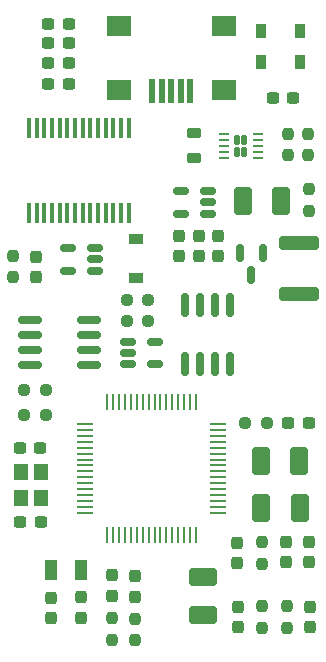
<source format=gbr>
%TF.GenerationSoftware,KiCad,Pcbnew,(6.0.1)*%
%TF.CreationDate,2022-09-20T17:52:40-03:00*%
%TF.ProjectId,HLI-C_main,484c492d-435f-46d6-9169-6e2e6b696361,rev?*%
%TF.SameCoordinates,Original*%
%TF.FileFunction,Paste,Top*%
%TF.FilePolarity,Positive*%
%FSLAX46Y46*%
G04 Gerber Fmt 4.6, Leading zero omitted, Abs format (unit mm)*
G04 Created by KiCad (PCBNEW (6.0.1)) date 2022-09-20 17:52:40*
%MOMM*%
%LPD*%
G01*
G04 APERTURE LIST*
G04 Aperture macros list*
%AMRoundRect*
0 Rectangle with rounded corners*
0 $1 Rounding radius*
0 $2 $3 $4 $5 $6 $7 $8 $9 X,Y pos of 4 corners*
0 Add a 4 corners polygon primitive as box body*
4,1,4,$2,$3,$4,$5,$6,$7,$8,$9,$2,$3,0*
0 Add four circle primitives for the rounded corners*
1,1,$1+$1,$2,$3*
1,1,$1+$1,$4,$5*
1,1,$1+$1,$6,$7*
1,1,$1+$1,$8,$9*
0 Add four rect primitives between the rounded corners*
20,1,$1+$1,$2,$3,$4,$5,0*
20,1,$1+$1,$4,$5,$6,$7,0*
20,1,$1+$1,$6,$7,$8,$9,0*
20,1,$1+$1,$8,$9,$2,$3,0*%
G04 Aperture macros list end*
%ADD10RoundRect,0.237500X-0.237500X0.300000X-0.237500X-0.300000X0.237500X-0.300000X0.237500X0.300000X0*%
%ADD11RoundRect,0.250001X-0.499999X-0.924999X0.499999X-0.924999X0.499999X0.924999X-0.499999X0.924999X0*%
%ADD12RoundRect,0.237500X-0.300000X-0.237500X0.300000X-0.237500X0.300000X0.237500X-0.300000X0.237500X0*%
%ADD13RoundRect,0.237500X0.237500X-0.250000X0.237500X0.250000X-0.237500X0.250000X-0.237500X-0.250000X0*%
%ADD14R,0.900000X1.200000*%
%ADD15R,1.473200X0.279400*%
%ADD16R,0.279400X1.473200*%
%ADD17RoundRect,0.120000X-0.120000X-0.285000X0.120000X-0.285000X0.120000X0.285000X-0.120000X0.285000X0*%
%ADD18RoundRect,0.062500X-0.375000X-0.062500X0.375000X-0.062500X0.375000X0.062500X-0.375000X0.062500X0*%
%ADD19RoundRect,0.237500X0.300000X0.237500X-0.300000X0.237500X-0.300000X-0.237500X0.300000X-0.237500X0*%
%ADD20RoundRect,0.150000X0.512500X0.150000X-0.512500X0.150000X-0.512500X-0.150000X0.512500X-0.150000X0*%
%ADD21RoundRect,0.237500X0.250000X0.237500X-0.250000X0.237500X-0.250000X-0.237500X0.250000X-0.237500X0*%
%ADD22R,0.500000X2.000000*%
%ADD23R,2.000000X1.700000*%
%ADD24RoundRect,0.218750X0.381250X-0.218750X0.381250X0.218750X-0.381250X0.218750X-0.381250X-0.218750X0*%
%ADD25RoundRect,0.237500X-0.237500X0.287500X-0.237500X-0.287500X0.237500X-0.287500X0.237500X0.287500X0*%
%ADD26RoundRect,0.237500X0.237500X-0.300000X0.237500X0.300000X-0.237500X0.300000X-0.237500X-0.300000X0*%
%ADD27R,1.200000X1.400000*%
%ADD28RoundRect,0.237500X-0.250000X-0.237500X0.250000X-0.237500X0.250000X0.237500X-0.250000X0.237500X0*%
%ADD29RoundRect,0.237500X-0.237500X0.250000X-0.237500X-0.250000X0.237500X-0.250000X0.237500X0.250000X0*%
%ADD30RoundRect,0.150000X-0.512500X-0.150000X0.512500X-0.150000X0.512500X0.150000X-0.512500X0.150000X0*%
%ADD31RoundRect,0.150000X0.150000X-0.825000X0.150000X0.825000X-0.150000X0.825000X-0.150000X-0.825000X0*%
%ADD32R,0.450000X1.750000*%
%ADD33R,1.200000X0.900000*%
%ADD34RoundRect,0.250001X-0.924999X0.499999X-0.924999X-0.499999X0.924999X-0.499999X0.924999X0.499999X0*%
%ADD35RoundRect,0.150000X-0.825000X-0.150000X0.825000X-0.150000X0.825000X0.150000X-0.825000X0.150000X0*%
%ADD36RoundRect,0.250000X1.450000X-0.312500X1.450000X0.312500X-1.450000X0.312500X-1.450000X-0.312500X0*%
%ADD37R,1.000000X1.800000*%
%ADD38RoundRect,0.150000X-0.150000X0.587500X-0.150000X-0.587500X0.150000X-0.587500X0.150000X0.587500X0*%
G04 APERTURE END LIST*
D10*
%TO.C,C11*%
X193100000Y-38837500D03*
X193100000Y-40562500D03*
%TD*%
D11*
%TO.C,C15*%
X200025000Y-61900000D03*
X203275000Y-61900000D03*
%TD*%
D12*
%TO.C,C12*%
X202337500Y-54700000D03*
X204062500Y-54700000D03*
%TD*%
D10*
%TO.C,C8*%
X196400000Y-38800000D03*
X196400000Y-40525000D03*
%TD*%
D13*
%TO.C,R10*%
X200100000Y-72012500D03*
X200100000Y-70187500D03*
%TD*%
D14*
%TO.C,D3*%
X200050000Y-21460000D03*
X203350000Y-21460000D03*
%TD*%
D15*
%TO.C,U1*%
X196367400Y-62271600D03*
X196367400Y-61771601D03*
X196367400Y-61271600D03*
X196367400Y-60771601D03*
X196367400Y-60271599D03*
X196367400Y-59771600D03*
X196367400Y-59271601D03*
X196367400Y-58771600D03*
X196367400Y-58271600D03*
X196367400Y-57771599D03*
X196367400Y-57271600D03*
X196367400Y-56771601D03*
X196367400Y-56271599D03*
X196367400Y-55771600D03*
X196367400Y-55271599D03*
X196367400Y-54771600D03*
D16*
X194504000Y-52908200D03*
X194004001Y-52908200D03*
X193504000Y-52908200D03*
X193004001Y-52908200D03*
X192503999Y-52908200D03*
X192004000Y-52908200D03*
X191504001Y-52908200D03*
X191004000Y-52908200D03*
X190504000Y-52908200D03*
X190003999Y-52908200D03*
X189504000Y-52908200D03*
X189004001Y-52908200D03*
X188503999Y-52908200D03*
X188004000Y-52908200D03*
X187503999Y-52908200D03*
X187004000Y-52908200D03*
D15*
X185140600Y-54771600D03*
X185140600Y-55271599D03*
X185140600Y-55771600D03*
X185140600Y-56271599D03*
X185140600Y-56771601D03*
X185140600Y-57271600D03*
X185140600Y-57771599D03*
X185140600Y-58271600D03*
X185140600Y-58771600D03*
X185140600Y-59271601D03*
X185140600Y-59771600D03*
X185140600Y-60271599D03*
X185140600Y-60771601D03*
X185140600Y-61271600D03*
X185140600Y-61771601D03*
X185140600Y-62271600D03*
D16*
X187004000Y-64135000D03*
X187503999Y-64135000D03*
X188004000Y-64135000D03*
X188503999Y-64135000D03*
X189004001Y-64135000D03*
X189504000Y-64135000D03*
X190003999Y-64135000D03*
X190504000Y-64135000D03*
X191004000Y-64135000D03*
X191504001Y-64135000D03*
X192004000Y-64135000D03*
X192503999Y-64135000D03*
X193004001Y-64135000D03*
X193504000Y-64135000D03*
X194004001Y-64135000D03*
X194504000Y-64135000D03*
%TD*%
D17*
%TO.C,U6*%
X198600000Y-30700000D03*
X198000000Y-30700000D03*
X198000000Y-31700000D03*
X198600000Y-31700000D03*
D18*
X196862500Y-30200000D03*
X196862500Y-30700000D03*
X196862500Y-31200000D03*
X196862500Y-31700000D03*
X196862500Y-32200000D03*
X199737500Y-32200000D03*
X199737500Y-31700000D03*
X199737500Y-31200000D03*
X199737500Y-30700000D03*
X199737500Y-30200000D03*
%TD*%
D19*
%TO.C,C1*%
X183725000Y-25975000D03*
X182000000Y-25975000D03*
%TD*%
D20*
%TO.C,U7*%
X195537500Y-36950000D03*
X195537500Y-36000000D03*
X195537500Y-35050000D03*
X193262500Y-35050000D03*
X193262500Y-36950000D03*
%TD*%
D21*
%TO.C,R11*%
X181812500Y-51890000D03*
X179987500Y-51890000D03*
%TD*%
D12*
%TO.C,C7*%
X201017500Y-27170000D03*
X202742500Y-27170000D03*
%TD*%
D13*
%TO.C,R14*%
X189325400Y-73087100D03*
X189325400Y-71262100D03*
%TD*%
%TO.C,R3*%
X202300000Y-32012500D03*
X202300000Y-30187500D03*
%TD*%
D21*
%TO.C,R5*%
X190462500Y-46020000D03*
X188637500Y-46020000D03*
%TD*%
D22*
%TO.C,CON1*%
X194000000Y-26575000D03*
X193200000Y-26575000D03*
X192400000Y-26575000D03*
X191600000Y-26575000D03*
X190800000Y-26575000D03*
D23*
X196850000Y-26475000D03*
X187950000Y-21025000D03*
X187950000Y-26475000D03*
X196850000Y-21025000D03*
%TD*%
D24*
%TO.C,L1*%
X194350000Y-32262500D03*
X194350000Y-30137500D03*
%TD*%
D25*
%TO.C,LED2*%
X189325400Y-67625000D03*
X189325400Y-69375000D03*
%TD*%
D13*
%TO.C,R8*%
X200100000Y-66612500D03*
X200100000Y-64787500D03*
%TD*%
D26*
%TO.C,C6*%
X180925000Y-42312500D03*
X180925000Y-40587500D03*
%TD*%
D27*
%TO.C,Y2*%
X179657500Y-58820000D03*
X179657500Y-61020000D03*
X181357500Y-61020000D03*
X181357500Y-58820000D03*
%TD*%
D14*
%TO.C,D1*%
X200050000Y-24070000D03*
X203350000Y-24070000D03*
%TD*%
D28*
%TO.C,R12*%
X179967500Y-54027200D03*
X181792500Y-54027200D03*
%TD*%
D10*
%TO.C,C18*%
X198100000Y-70237500D03*
X198100000Y-71962500D03*
%TD*%
D11*
%TO.C,C9*%
X198475000Y-35900000D03*
X201725000Y-35900000D03*
%TD*%
D19*
%TO.C,C4*%
X183725000Y-20875000D03*
X182000000Y-20875000D03*
%TD*%
D10*
%TO.C,C13*%
X198000000Y-64837500D03*
X198000000Y-66562500D03*
%TD*%
D29*
%TO.C,R2*%
X204000000Y-30187500D03*
X204000000Y-32012500D03*
%TD*%
%TO.C,R4*%
X204100000Y-34887500D03*
X204100000Y-36712500D03*
%TD*%
D10*
%TO.C,C23*%
X182230000Y-69487500D03*
X182230000Y-71212500D03*
%TD*%
D13*
%TO.C,R1*%
X179050000Y-42337500D03*
X179050000Y-40512500D03*
%TD*%
D30*
%TO.C,U9*%
X188792500Y-47800000D03*
X188792500Y-48750000D03*
X188792500Y-49700000D03*
X191067500Y-49700000D03*
X191067500Y-47800000D03*
%TD*%
D13*
%TO.C,R13*%
X187400000Y-73037500D03*
X187400000Y-71212500D03*
%TD*%
D19*
%TO.C,C3*%
X183725000Y-22475000D03*
X182000000Y-22475000D03*
%TD*%
D12*
%TO.C,C21*%
X179615000Y-56800000D03*
X181340000Y-56800000D03*
%TD*%
D31*
%TO.C,U2*%
X193595000Y-49675000D03*
X194865000Y-49675000D03*
X196135000Y-49675000D03*
X197405000Y-49675000D03*
X197405000Y-44725000D03*
X196135000Y-44725000D03*
X194865000Y-44725000D03*
X193595000Y-44725000D03*
%TD*%
D10*
%TO.C,C10*%
X194751000Y-38812100D03*
X194751000Y-40537100D03*
%TD*%
D19*
%TO.C,C2*%
X183725000Y-24175000D03*
X182000000Y-24175000D03*
%TD*%
D10*
%TO.C,C16*%
X204200000Y-70237500D03*
X204200000Y-71962500D03*
%TD*%
D25*
%TO.C,LED1*%
X187400000Y-67550000D03*
X187400000Y-69300000D03*
%TD*%
D19*
%TO.C,C20*%
X181370000Y-63020000D03*
X179645000Y-63020000D03*
%TD*%
D21*
%TO.C,R7*%
X200512500Y-54700000D03*
X198687500Y-54700000D03*
%TD*%
D20*
%TO.C,U5*%
X185962500Y-41772500D03*
X185962500Y-40822500D03*
X185962500Y-39872500D03*
X183687500Y-39872500D03*
X183687500Y-41772500D03*
%TD*%
D32*
%TO.C,U3*%
X180375000Y-36900000D03*
X181025000Y-36900000D03*
X181675000Y-36900000D03*
X182325000Y-36900000D03*
X182975000Y-36900000D03*
X183625000Y-36900000D03*
X184275000Y-36900000D03*
X184925000Y-36900000D03*
X185575000Y-36900000D03*
X186225000Y-36900000D03*
X186875000Y-36900000D03*
X187525000Y-36900000D03*
X188175000Y-36900000D03*
X188825000Y-36900000D03*
X188825000Y-29700000D03*
X188175000Y-29700000D03*
X187525000Y-29700000D03*
X186875000Y-29700000D03*
X186225000Y-29700000D03*
X185575000Y-29700000D03*
X184925000Y-29700000D03*
X184275000Y-29700000D03*
X183625000Y-29700000D03*
X182975000Y-29700000D03*
X182325000Y-29700000D03*
X181675000Y-29700000D03*
X181025000Y-29700000D03*
X180375000Y-29700000D03*
%TD*%
D10*
%TO.C,C22*%
X184750000Y-69437500D03*
X184750000Y-71162500D03*
%TD*%
D33*
%TO.C,D2*%
X189425000Y-39090000D03*
X189425000Y-42390000D03*
%TD*%
D26*
%TO.C,C17*%
X204100000Y-66462500D03*
X204100000Y-64737500D03*
%TD*%
D11*
%TO.C,C5*%
X199975000Y-57900000D03*
X203225000Y-57900000D03*
%TD*%
D13*
%TO.C,R9*%
X202200000Y-72012500D03*
X202200000Y-70187500D03*
%TD*%
D34*
%TO.C,C19*%
X195100000Y-67675000D03*
X195100000Y-70925000D03*
%TD*%
D35*
%TO.C,U8*%
X180495000Y-45925000D03*
X180495000Y-47195000D03*
X180495000Y-48465000D03*
X180495000Y-49735000D03*
X185445000Y-49735000D03*
X185445000Y-48465000D03*
X185445000Y-47195000D03*
X185445000Y-45925000D03*
%TD*%
D36*
%TO.C,RT1*%
X203200000Y-43737500D03*
X203200000Y-39462500D03*
%TD*%
D37*
%TO.C,Y1*%
X182260000Y-67120000D03*
X184760000Y-67120000D03*
%TD*%
D21*
%TO.C,R6*%
X190452500Y-44250000D03*
X188627500Y-44250000D03*
%TD*%
D10*
%TO.C,C14*%
X202100000Y-64737500D03*
X202100000Y-66462500D03*
%TD*%
D38*
%TO.C,Q1*%
X200150000Y-40262500D03*
X198250000Y-40262500D03*
X199200000Y-42137500D03*
%TD*%
M02*

</source>
